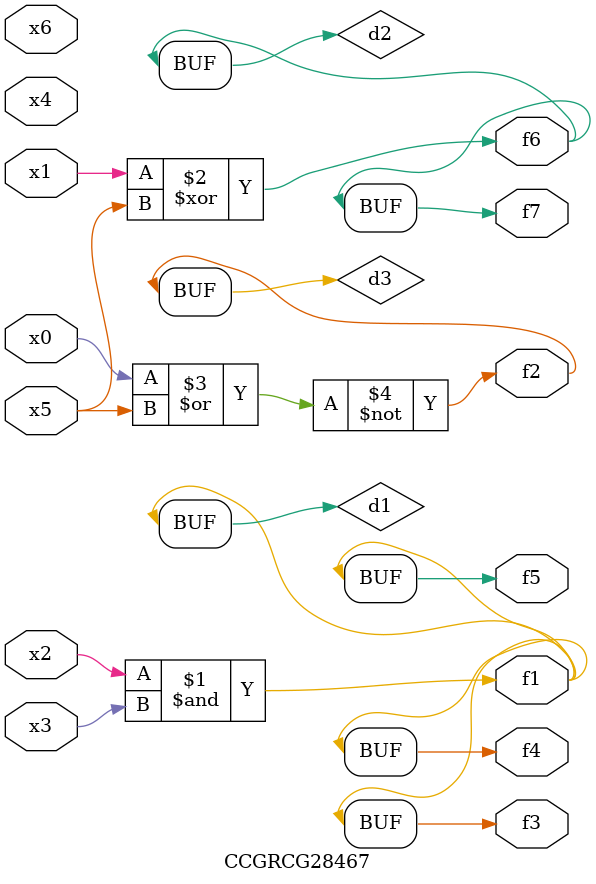
<source format=v>
module CCGRCG28467(
	input x0, x1, x2, x3, x4, x5, x6,
	output f1, f2, f3, f4, f5, f6, f7
);

	wire d1, d2, d3;

	and (d1, x2, x3);
	xor (d2, x1, x5);
	nor (d3, x0, x5);
	assign f1 = d1;
	assign f2 = d3;
	assign f3 = d1;
	assign f4 = d1;
	assign f5 = d1;
	assign f6 = d2;
	assign f7 = d2;
endmodule

</source>
